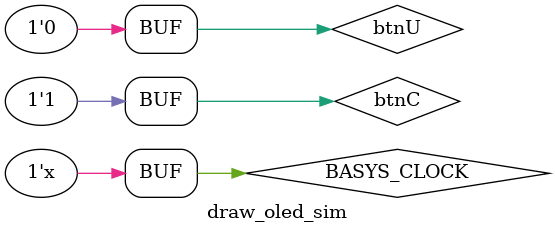
<source format=v>
`timescale 1ns / 1ps


module draw_oled_sim(
    );
    reg BASYS_CLOCK; reg [12:0] p_index; reg btnC; reg btnU;
    wire oled_data; wire clk1; wire clk30; wire clk50;
    flexible_clk oneHzclk (.m(499_999), .in_clk(BASYS_CLOCK), .clk(clk1));
    flexible_clk thirtyHzclk (.m(33_333), .in_clk(BASYS_CLOCK), .clk(clk30));
    flexible_clk fiftyHzclk (.m(9_999), .in_clk(BASYS_CLOCK), .clk(clk50));
    
    draw_oled ddd (.clk(BASYS_CLOCK), .pixel_index(p_index), .oled_data(oled_data), .btnC(btnC), .btnU(btnU),
        .onehz(clk1), .thirtyhz(clk30), .fiftyhz(clk50));
    initial begin 
        BASYS_CLOCK = 0;
        btnC = 0; btnU = 0; p_index = 0;
        
        #33000; btnC = 1;
    end
    always begin
        #5; BASYS_CLOCK <= ~BASYS_CLOCK;
        p_index <= (p_index == 6413) ? 0 : p_index + 1;
    end
endmodule

</source>
